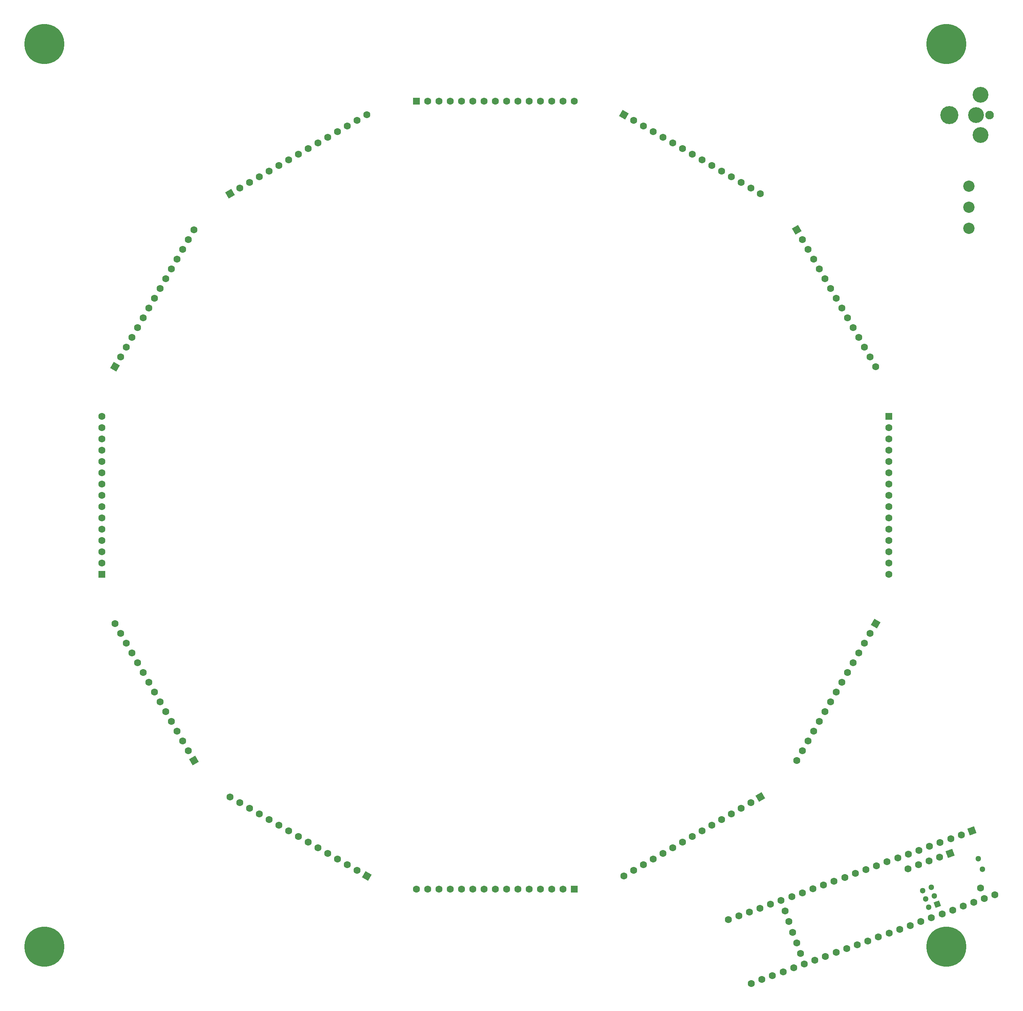
<source format=gbs>
%TF.GenerationSoftware,KiCad,Pcbnew,8.0.5*%
%TF.CreationDate,2024-10-09T16:00:05-04:00*%
%TF.ProjectId,teensy_arena_12-12,7465656e-7379-45f6-9172-656e615f3132,v0.2.1*%
%TF.SameCoordinates,Original*%
%TF.FileFunction,Soldermask,Bot*%
%TF.FilePolarity,Negative*%
%FSLAX46Y46*%
G04 Gerber Fmt 4.6, Leading zero omitted, Abs format (unit mm)*
G04 Created by KiCad (PCBNEW 8.0.5) date 2024-10-09 16:00:05*
%MOMM*%
%LPD*%
G01*
G04 APERTURE LIST*
G04 Aperture macros list*
%AMRotRect*
0 Rectangle, with rotation*
0 The origin of the aperture is its center*
0 $1 length*
0 $2 width*
0 $3 Rotation angle, in degrees counterclockwise*
0 Add horizontal line*
21,1,$1,$2,0,0,$3*%
G04 Aperture macros list end*
%ADD10C,9.000000*%
%ADD11R,1.600000X1.600000*%
%ADD12C,1.600000*%
%ADD13RotRect,1.600000X1.600000X240.000000*%
%ADD14C,2.540000*%
%ADD15RotRect,1.600000X1.600000X150.000000*%
%ADD16RotRect,1.600000X1.600000X210.000000*%
%ADD17C,3.556000*%
%ADD18C,1.930400*%
%ADD19C,4.064000*%
%ADD20RotRect,1.600000X1.600000X30.000000*%
%ADD21RotRect,1.600000X1.600000X200.000000*%
%ADD22RotRect,1.300000X1.300000X200.000000*%
%ADD23C,1.300000*%
%ADD24RotRect,1.600000X1.600000X60.000000*%
%ADD25RotRect,1.600000X1.600000X120.000000*%
%ADD26RotRect,1.600000X1.600000X300.000000*%
%ADD27RotRect,1.600000X1.600000X330.000000*%
G04 APERTURE END LIST*
D10*
%TO.C,H1*%
X76200000Y-76200000D03*
%TD*%
D11*
%TO.C,P10*%
X195580000Y-266474000D03*
D12*
X193040000Y-266474000D03*
X190500000Y-266474000D03*
X187960000Y-266474000D03*
X185420000Y-266474000D03*
X182880000Y-266474000D03*
X180340000Y-266474000D03*
X177800000Y-266474000D03*
X175260000Y-266474000D03*
X172720000Y-266474000D03*
X170180000Y-266474000D03*
X167640000Y-266474000D03*
X165100000Y-266474000D03*
X162560000Y-266474000D03*
X160020000Y-266474000D03*
%TD*%
D13*
%TO.C,P12*%
X263484000Y-206739068D03*
D12*
X262214000Y-208938773D03*
X260944000Y-211138477D03*
X259674000Y-213338182D03*
X258404000Y-215537886D03*
X257134000Y-217737591D03*
X255864000Y-219937295D03*
X254594000Y-222137000D03*
X253324000Y-224336705D03*
X252054000Y-226536409D03*
X250784000Y-228736114D03*
X249514000Y-230935818D03*
X248244000Y-233135523D03*
X246974000Y-235335227D03*
X245704000Y-237534932D03*
%TD*%
D11*
%TO.C,P7*%
X89126000Y-195580000D03*
D12*
X89126000Y-193040000D03*
X89126000Y-190500000D03*
X89126000Y-187960000D03*
X89126000Y-185420000D03*
X89126000Y-182880000D03*
X89126000Y-180340000D03*
X89126000Y-177800000D03*
X89126000Y-175260000D03*
X89126000Y-172720000D03*
X89126000Y-170180000D03*
X89126000Y-167640000D03*
X89126000Y-165100000D03*
X89126000Y-162560000D03*
X89126000Y-160020000D03*
%TD*%
D14*
%TO.C,SW1*%
X284480000Y-117752500D03*
X284480000Y-113002700D03*
X284480000Y-108252900D03*
%TD*%
D15*
%TO.C,P9*%
X148860932Y-263484000D03*
D12*
X146661227Y-262214000D03*
X144461523Y-260944000D03*
X142261818Y-259674000D03*
X140062114Y-258404000D03*
X137862409Y-257134000D03*
X135662705Y-255864000D03*
X133463000Y-254594000D03*
X131263295Y-253324000D03*
X129063591Y-252054000D03*
X126863886Y-250784000D03*
X124664182Y-249514000D03*
X122464477Y-248244000D03*
X120264773Y-246974000D03*
X118065068Y-245704000D03*
%TD*%
D16*
%TO.C,P11*%
X237534932Y-245704000D03*
D12*
X235335227Y-246974000D03*
X233135523Y-248244000D03*
X230935818Y-249514000D03*
X228736114Y-250784000D03*
X226536409Y-252054000D03*
X224336705Y-253324000D03*
X222137000Y-254594000D03*
X219937295Y-255864000D03*
X217737591Y-257134000D03*
X215537886Y-258404000D03*
X213338182Y-259674000D03*
X211138477Y-260944000D03*
X208938773Y-262214000D03*
X206739068Y-263484000D03*
%TD*%
D10*
%TO.C,H3*%
X279400000Y-279400000D03*
%TD*%
%TO.C,H4*%
X76200000Y-279400000D03*
%TD*%
D17*
%TO.C,J1*%
X287096200Y-87706200D03*
D18*
X289102800Y-92202000D03*
D17*
X287096200Y-96697800D03*
D19*
X280111200Y-92202000D03*
D17*
X286105600Y-92202000D03*
%TD*%
D20*
%TO.C,P5*%
X118065068Y-109896000D03*
D12*
X120264773Y-108626000D03*
X122464477Y-107356000D03*
X124664182Y-106086000D03*
X126863886Y-104816000D03*
X129063591Y-103546000D03*
X131263295Y-102276000D03*
X133463000Y-101006000D03*
X135662705Y-99736000D03*
X137862409Y-98466000D03*
X140062114Y-97196000D03*
X142261818Y-95926000D03*
X144461523Y-94656000D03*
X146661227Y-93386000D03*
X148860932Y-92116000D03*
%TD*%
D11*
%TO.C,P4*%
X160020000Y-89126000D03*
D12*
X162560000Y-89126000D03*
X165100000Y-89126000D03*
X167640000Y-89126000D03*
X170180000Y-89126000D03*
X172720000Y-89126000D03*
X175260000Y-89126000D03*
X177800000Y-89126000D03*
X180340000Y-89126000D03*
X182880000Y-89126000D03*
X185420000Y-89126000D03*
X187960000Y-89126000D03*
X190500000Y-89126000D03*
X193040000Y-89126000D03*
X195580000Y-89126000D03*
%TD*%
D21*
%TO.C,U18*%
X285152628Y-253394534D03*
D12*
X282765809Y-254263265D03*
X280378989Y-255131996D03*
X277992170Y-256000727D03*
X275605351Y-256869458D03*
X273218532Y-257738190D03*
X270831712Y-258606921D03*
X268444893Y-259475652D03*
X266058074Y-260344383D03*
X263671255Y-261213114D03*
X261284435Y-262081845D03*
X258897616Y-262950577D03*
X256510797Y-263819308D03*
X254123978Y-264688039D03*
X251737158Y-265556770D03*
X249350339Y-266425501D03*
X246963520Y-267294232D03*
X244576701Y-268162964D03*
X242189881Y-269031695D03*
X239803062Y-269900426D03*
X237416243Y-270769157D03*
X235029425Y-271637888D03*
X232642604Y-272506619D03*
X230255785Y-273375351D03*
X235468172Y-287696266D03*
X237854991Y-286827535D03*
X240241811Y-285958804D03*
X242628630Y-285090073D03*
X245015449Y-284221342D03*
X247402268Y-283352610D03*
X249789088Y-282483879D03*
X252175907Y-281615148D03*
X254562726Y-280746417D03*
X256949545Y-279877686D03*
X259336365Y-279008955D03*
X261723184Y-278140223D03*
X264110003Y-277271492D03*
X266496822Y-276402761D03*
X268883642Y-275534030D03*
X271270461Y-274665299D03*
X273657280Y-273796568D03*
X276044099Y-272927836D03*
X278430919Y-272059105D03*
X280817738Y-271190374D03*
X283204557Y-270321643D03*
X285591375Y-269452912D03*
X287978196Y-268584181D03*
X290365015Y-267715449D03*
X287109465Y-266197361D03*
X243058613Y-271418514D03*
X243927344Y-273805333D03*
X244796075Y-276192153D03*
X245664806Y-278578972D03*
X246533537Y-280965791D03*
D21*
X280276751Y-258415801D03*
D12*
X277889932Y-259284533D03*
X275503113Y-260153264D03*
X273116293Y-261021995D03*
X270729474Y-261890726D03*
D22*
X277343220Y-269860104D03*
D23*
X276659179Y-267980719D03*
X275975139Y-266101334D03*
X274095754Y-266785374D03*
X274779794Y-268664759D03*
X275463834Y-270544144D03*
X287507211Y-261998076D03*
X286638480Y-259611257D03*
%TD*%
D11*
%TO.C,P1*%
X266474000Y-160020000D03*
D12*
X266474000Y-162560000D03*
X266474000Y-165100000D03*
X266474000Y-167640000D03*
X266474000Y-170180000D03*
X266474000Y-172720000D03*
X266474000Y-175260000D03*
X266474000Y-177800000D03*
X266474000Y-180340000D03*
X266474000Y-182880000D03*
X266474000Y-185420000D03*
X266474000Y-187960000D03*
X266474000Y-190500000D03*
X266474000Y-193040000D03*
X266474000Y-195580000D03*
%TD*%
D24*
%TO.C,P6*%
X92116000Y-148860932D03*
D12*
X93386000Y-146661227D03*
X94656000Y-144461523D03*
X95926000Y-142261818D03*
X97196000Y-140062114D03*
X98466000Y-137862409D03*
X99736000Y-135662705D03*
X101006000Y-133463000D03*
X102276000Y-131263295D03*
X103546000Y-129063591D03*
X104816000Y-126863886D03*
X106086000Y-124664182D03*
X107356000Y-122464477D03*
X108626000Y-120264773D03*
X109896000Y-118065068D03*
%TD*%
D25*
%TO.C,P8*%
X109896000Y-237534932D03*
D12*
X108626000Y-235335227D03*
X107356000Y-233135523D03*
X106086000Y-230935818D03*
X104816000Y-228736114D03*
X103546000Y-226536409D03*
X102276000Y-224336705D03*
X101006000Y-222137000D03*
X99736000Y-219937295D03*
X98466000Y-217737591D03*
X97196000Y-215537886D03*
X95926000Y-213338182D03*
X94656000Y-211138477D03*
X93386000Y-208938773D03*
X92116000Y-206739068D03*
%TD*%
D10*
%TO.C,H2*%
X279400000Y-76200000D03*
%TD*%
D26*
%TO.C,P2*%
X245704000Y-118065068D03*
D12*
X246974000Y-120264773D03*
X248244000Y-122464477D03*
X249514000Y-124664182D03*
X250784000Y-126863886D03*
X252054000Y-129063591D03*
X253324000Y-131263295D03*
X254594000Y-133463000D03*
X255864000Y-135662705D03*
X257134000Y-137862409D03*
X258404000Y-140062114D03*
X259674000Y-142261818D03*
X260944000Y-144461523D03*
X262214000Y-146661227D03*
X263484000Y-148860932D03*
%TD*%
D27*
%TO.C,P3*%
X206739068Y-92116000D03*
D12*
X208938773Y-93386000D03*
X211138477Y-94656000D03*
X213338182Y-95926000D03*
X215537886Y-97196000D03*
X217737591Y-98466000D03*
X219937295Y-99736000D03*
X222137000Y-101006000D03*
X224336705Y-102276000D03*
X226536409Y-103546000D03*
X228736114Y-104816000D03*
X230935818Y-106086000D03*
X233135523Y-107356000D03*
X235335227Y-108626000D03*
X237534932Y-109896000D03*
%TD*%
M02*

</source>
